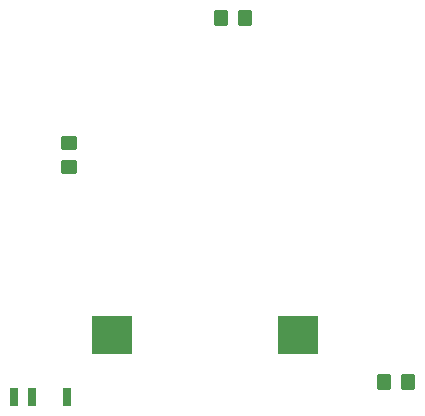
<source format=gbr>
%TF.GenerationSoftware,KiCad,Pcbnew,8.0.4*%
%TF.CreationDate,2024-12-02T20:50:40-07:00*%
%TF.ProjectId,tree,74726565-2e6b-4696-9361-645f70636258,rev?*%
%TF.SameCoordinates,Original*%
%TF.FileFunction,Paste,Bot*%
%TF.FilePolarity,Positive*%
%FSLAX46Y46*%
G04 Gerber Fmt 4.6, Leading zero omitted, Abs format (unit mm)*
G04 Created by KiCad (PCBNEW 8.0.4) date 2024-12-02 20:50:40*
%MOMM*%
%LPD*%
G01*
G04 APERTURE LIST*
G04 Aperture macros list*
%AMRoundRect*
0 Rectangle with rounded corners*
0 $1 Rounding radius*
0 $2 $3 $4 $5 $6 $7 $8 $9 X,Y pos of 4 corners*
0 Add a 4 corners polygon primitive as box body*
4,1,4,$2,$3,$4,$5,$6,$7,$8,$9,$2,$3,0*
0 Add four circle primitives for the rounded corners*
1,1,$1+$1,$2,$3*
1,1,$1+$1,$4,$5*
1,1,$1+$1,$6,$7*
1,1,$1+$1,$8,$9*
0 Add four rect primitives between the rounded corners*
20,1,$1+$1,$2,$3,$4,$5,0*
20,1,$1+$1,$4,$5,$6,$7,0*
20,1,$1+$1,$6,$7,$8,$9,0*
20,1,$1+$1,$8,$9,$2,$3,0*%
G04 Aperture macros list end*
%ADD10R,0.700000X1.500000*%
%ADD11R,3.500000X3.300000*%
%ADD12RoundRect,0.250000X0.350000X0.450000X-0.350000X0.450000X-0.350000X-0.450000X0.350000X-0.450000X0*%
%ADD13RoundRect,0.250000X-0.450000X0.350000X-0.450000X-0.350000X0.450000X-0.350000X0.450000X0.350000X0*%
G04 APERTURE END LIST*
D10*
%TO.C,SW1*%
X135200000Y-113700000D03*
X132200000Y-113700000D03*
X130700000Y-113700000D03*
%TD*%
D11*
%TO.C,BT1*%
X138951945Y-108398207D03*
X154751945Y-108398207D03*
%TD*%
D12*
%TO.C,R3*%
X150200000Y-81600000D03*
X148200000Y-81600000D03*
%TD*%
D13*
%TO.C,R2*%
X135300000Y-92200000D03*
X135300000Y-94200000D03*
%TD*%
D12*
%TO.C,R1*%
X164000000Y-112400000D03*
X162000000Y-112400000D03*
%TD*%
M02*

</source>
